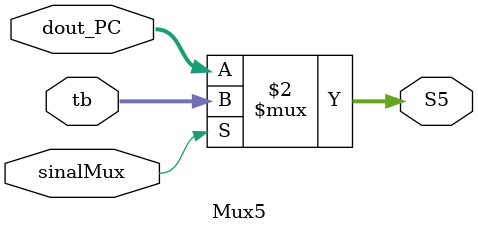
<source format=v>


module ULA (b, a, sinal, soma, flag);

input signed [63:0] b, a; 
input [3:0] sinal; // Vem da ALU_Control
output signed [63:0] soma;
output flag;

//************CÓDIGO ANTIGO**************************************************************************
// wire flagBEQ, flagBLT, flagBLTU;
// wire is_negative;

// wire unsigned [63:0] au, bu;
// wire unsigned [63:0] soma_;


// assign au = a[63:0];
// assign bu = b[63:0];
// assign {is_negative, soma_} = au - bu; // Se der overflow, eh negativo e portanto a < b

// assign b_ = ~b + 1; // Transforma o que foi recebido para ser interpretado como unsigned (BLTU e BGEU)

// reg agora vai ter unsigned p a e p b, em vez do padrao ser unsigned

// assign soma = (sinal[6:0] == 7'b0000011) ? (a + b): // load
//                         (sinal[6:0] == 7'b0100011) ? (a + b): // store
//                         (sinal[6:0] == 7'b0110011 && sinal[31:25] == 0 ) ? (a + b): // add - pega opcode e func7 p verificar se soma mesmo
//                         (sinal[6:0] == 7'b0010011) ? (a + b): // addi
//                         // (sinal[6:0] == 7'b1100011 && sinal[14:12]== 3'b110) ? (au + b_): // BLTU, analisamos o funct3
                        // (sinal[6:0] == 7'b1100011 && sinal[14:12]== 3'b111) ? (au + b_): // BGEU
                                                                                // (a - b); // as outras (sub, por exemplo, que tem opcode igual ao add, mas funct7 diferente)


// assign flagBEQ = (soma == 0) ? 1:
//                                0;
// assign flagBLT = (soma < 0) ? 1:
//                               0;
// assign flagBLTU = (is_negative == 1) ? 1:
//                                       0;

// assign flag = (sinal[6:0] == 7'b0000011) ? 0: // load
//              (sinal[6:0] == 7'b0100011) ? 0: // store
//              (sinal[6:0] == 7'b0110011) ? 0: // add
//              (sinal[6:0] == 7'b0010011) ? 0: // addi
//              (sinal[6:0] == 7'b1100011 && sinal[14:12] == 3'b000) ? flagBEQ: // BEQ
//              (sinal[6:0] == 7'b1100011 && sinal[14:12] == 3'b001) ? !flagBEQ: // BNE
//              (sinal[6:0] == 7'b1100011 && sinal[14:12] == 3'b100) ? flagBLT: // BLT
//              (sinal[6:0] == 7'b1100011 && sinal[14:12] == 3'b101) ? !flagBLT: // BGE
//              (sinal[6:0] == 7'b1100011 && sinal[14:12] == 3'b110) ? flagBLTU: // BLTU
//              (sinal[6:0] == 7'b1100011 && sinal[14:12] == 3'b111) ? (!flagBLTU): // BGEU
//              (sinal[6:0] == 7'b1101111) ? 1: // JAL
//              (sinal[6:0] == 7'b1100111) ? 1: // JALR
            
                                                                            // 0;
//*************FIM DO CÓDIGO ANTIGO**********************************************************

assign soma = (sinal == 4'b0010) ? (a+b): //ADD
              (sinal == 4'b0110) ? (a-b): //SUB
                                   (a-b); // outras que por enquanto nao temos
assign flag = 0; //ADD e SUB
    
     
endmodule

module somador_four(dout_pc, soma);

input [31:0] dout_pc;
output [31:0] soma;

assign soma = {dout_pc<<2} + 4; // Shift left, pois o PC está em unidade de instrução e não de 4 em 4

endmodule

module somador_imm(dout, imm, soma);

input [63:0] dout;
input [63:0] imm;
output [31:0] soma;

assign soma = {dout} + imm[31:0]; 

endmodule


module memoria(ads, we, din, dout);
  
input [63:0] ads; // Perguntar para os prof se o endereço da memoria é de 5 ou 64 bits (como sai do somador, a saída padrão é de 64 bits).
input we;
input signed [63:0] din;
output signed [63:0] dout;
reg signed [63:0] registradores [31:0]; // Registradores

initial begin
   
    registradores[0] = 45;
    registradores[1] = 11;
    registradores[3] = 14;
    
end

  // Read operation
  assign dout = (we) ? din : registradores[ads];
  
  // Write operation
  always @(posedge we)
    registradores[ads] <= din;

    always@(registradores[13]) begin

        $display("Conteúdo registrador 13 da memória: %d", registradores[13]);
    
    end

endmodule


module PC(clock, r_enable, data_in, data_out);

input             clock;
input             r_enable;
input      [31:0] data_in;
output reg [31:0] data_out;

initial begin
    data_out <=0;

end

always @(negedge clock)
begin
    if(r_enable)
        data_out <= data_in[7:2]; 
end

endmodule


module IR(clock, r_enable, data_in, data_out, rs1, rs2, rd, opcode, funct7, funct3);

input             clock;
input             r_enable;
input      [31:0] data_in;
output  reg   [31:0] data_out;
output [6:0] opcode;
output  [4:0] rs1;
output  [4:0] rd;
output  [4:0] rs2;
output  funct7;
output  [2:0] funct3;


always @(posedge clock)
begin
    if(r_enable) begin
        data_out <= data_in[31:0]; // Sai a palavra de 32 bits
    end

end

assign rd = data_out[11:7]; // Write addres for the registers in LOAD, ADD, SUB, ADDI instructions
assign rs1 =  data_out[19:15]; // Read addres for the registers in LOAD, ADD, SUB, STORE, ADDI, BNE, ... instructions
assign rs2 = data_out[24:20]; // Another read addres for the registers in ADD, SUB, STORE, BNE, BEQ, ... instructions
assign opcode =  data_out[6:0]; // Opcode in all instructions
assign funct7 =  data_out[30]; // For ADD and SUB
assign funct3 =  data_out[14:12]; // For ADD and SUB

endmodule

module imm_generator(
    palavra, // Vem da IR
    opcode, // Vem da Memoria de Instrução
    imm
);

input signed [31:0] palavra;
input [6:0] opcode;
output signed [63:0] imm;

wire signed [11:0] imm_field_typeA; // LOAD, STORE, BRANCH, ADD, SUB, ADDI...
wire signed [19:0] imm_field_typeB; // AUIPC

  // Select the appropriate bits for the immediate field based on the opcode (in case we dont need immediate, it takes the default field)
assign imm_field_typeA = (opcode == 7'b0000011) ? palavra[31:20] : // LOAD
                     (opcode == 7'b0100011) ? {palavra[31:25],palavra[11:7]} : // STORE
                     (opcode == 7'b1100011) ? {palavra[31],palavra[7], palavra[30:25],palavra[11:8]}  : // BRANCH INSTRUCTIONS (BEQ, BNE, etc)
                     (opcode == 7'b0010011) ? palavra[31:20] : // ADDI
                                              palavra[31:20]; // ADD, SUB -> don't care e para o JALR
assign imm_field_typeB = (opcode == 7'b0010111) ? palavra[31:12]: // AUIPC
                        (opcode == 7'b1101111) ? {palavra[31], palavra[19:12], palavra[20], palavra[30:21]}: // JAL
                                                                                             palavra[31:12]; 

  // Sign-extend the immediate field to 64 bits and shifts left by 2 if it is a branch instruction
assign imm = (opcode == 7'b1100011) ? {{50{imm_field_typeA[11]}}, imm_field_typeA} << 2:
               (opcode == 7'b0010111) ? {{32{imm_field_typeB[19]}}, imm_field_typeB} << 12: // AUIPC
               (opcode == 7'b1101111) ? {{43{imm_field_typeB[19]}}, imm_field_typeB} << 1: // JAL
                                        {{52{imm_field_typeA[11]}}, imm_field_typeA}; // se não for branch instruction, apenas faz o signal extend

endmodule



module registrador (clk, din, we, Rw, Ra, Rb, doutA, doutB);
    input clk;             // Clock do sistema
    input signed [63:0] din; // Dados de entrada  
    input we;          // Sinal de carregamento de dados
    output reg signed [64-1:0] doutA; // Dado de saída
    output reg signed [64-1:0]  doutB; // Dado de saída
    input [4:0] Rw; // Vai vir da memoria de instrução
    input [4:0] Ra; // Vai vir da memoria de instrução
    input [4:0] Rb; // Vai vir da memoria de instrução

    reg signed [63:0] registradores [31:0]; //Registradores

    initial begin
        
        registradores[0] = 1;
        registradores[1] = 1;
        registradores[2] = 1;
        registradores[3] = 0;
        registradores[4] = 64'b1111111111111111111111111111111111111111111111111111111111111111;
        // registradores[5] = 64'b1111111111111111111111111111111111111111111111111111111111111110;;
        registradores[5] = 64'b0000000000000000000000000000000000000000000000000000000000000001;
        registradores[8] = 62;

    end

    // Temos clock em registradores, por isso vamos usar o always

    always @(posedge clk) begin

        // $display("Registrador do banco onde ocorre o primeiro LOAD:", registradores[1]); 
        // $display("Registrador do banco onde ocorre o primeiro ADD :", registradores[3]); 
        // $display("Registrador do banco onde ocorre o primeiro SUB :", registradores[4]); 
        // $display("Registrador do banco onde ocorre o ADDI :", registradores[2]); 
        // $display("Registrador do banco onde ocorre o SUBI :", registradores[7]); 
        
        

        if (we) begin // Se o sinal de carregamento de dados estiver ativo
            registradores[Rw] <= din; // Carrega os dados de entrada no registrador

        end
        begin
            doutA <= registradores[Ra]; // Lê os dados do registrador 
            doutB <= registradores[Rb]; // Lê os dados do registrador 
        end
        // $display(doutA);
        // $finish;
        

    end

    always@(registradores[9]) begin

        $display("Conteúdo do x9 no banco de registradores: %d", registradores[9]);
    
    end

    always@(registradores[10]) begin

        $display("Conteúdo do x10 no banco de registradores: %d", registradores[10]);
    
    end

    

endmodule

module Mux1 (imm , doutB, sinalMux, S1 );

input signed [63:0] doutB;
input signed [63:0] imm; // Imediato extendido
output signed [63:0] S1;
input sinalMux;


assign S1 = (sinalMux == 1'b0) ? imm: doutB;
            
endmodule


module Mux2 (dout, soma , PC_four, PC_imm, sinalMux, S2);

input signed [63:0] dout, soma;
input signed [31:0] PC_four, PC_imm;
output signed [63:0] S2;
input [1:0] sinalMux;


assign S2 = (sinalMux == 2'b00) ? (dout):
            (sinalMux == 2'b01) ? (soma):
            (sinalMux == 2'b10) ? (PC_four):
                                  (PC_imm);
            
endmodule

module Mux3 (imm_some, four_some, flag, S3);

input [31:0] imm_some; // Vem do somador_imm
input [31:0] four_some; // Vem do somador_four
output [31:0] S3; // Vai para o PC
input flag; // Vem da ULA


assign S3 = (flag == 1'b0) ? (four_some):(imm_some);
            
endmodule

module Mux4 (doutA, PC, sinalMux, S4);

input [63:0] doutA;
input [31:0] PC; 
output [63:0] S4; 
input sinalMux; 


assign S4 = (sinalMux == 1'b0) ? (PC << 2):(doutA); // Shift left, pois o PC está em unidade de instrução e não de 4 em 4
            
endmodule

module Mux5 (dout_PC, tb, sinalMux, S5);

input [31:0] dout_PC;
input [31:0] tb; 
output [31:0] S5; 
input sinalMux; 


assign S5 = (sinalMux == 1'b0) ? (dout_PC):(tb); //  Se houver reset, pega a entrada do endereço da instrução pelo testbench
            
endmodule

// Mux 5 (saída PC e testbench)

</source>
